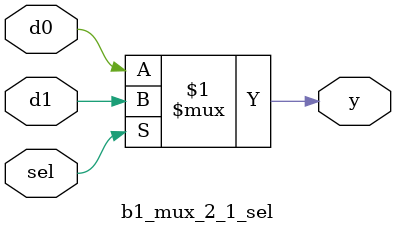
<source format=v>
`timescale 1ns / 1ps


module b1_mux_2_1_sel(
    input d0,
    input d1,
    input sel,
    output y
    );
    assign y = sel ? d1 : d0;
endmodule

</source>
